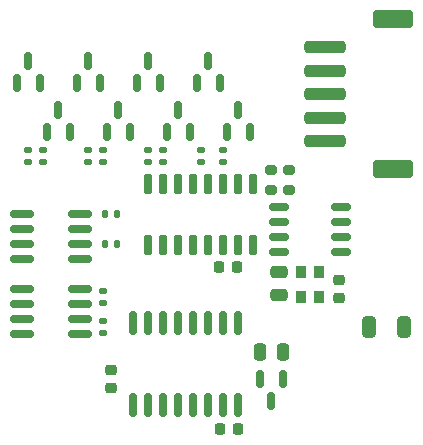
<source format=gbr>
%TF.GenerationSoftware,KiCad,Pcbnew,7.0.11-2.fc39*%
%TF.CreationDate,2024-08-16T08:17:41-07:00*%
%TF.ProjectId,wall_clock_full,77616c6c-5f63-46c6-9f63-6b5f66756c6c,A0*%
%TF.SameCoordinates,PX6d01460PY3072580*%
%TF.FileFunction,Paste,Top*%
%TF.FilePolarity,Positive*%
%FSLAX46Y46*%
G04 Gerber Fmt 4.6, Leading zero omitted, Abs format (unit mm)*
G04 Created by KiCad (PCBNEW 7.0.11-2.fc39) date 2024-08-16 08:17:41*
%MOMM*%
%LPD*%
G01*
G04 APERTURE LIST*
G04 Aperture macros list*
%AMRoundRect*
0 Rectangle with rounded corners*
0 $1 Rounding radius*
0 $2 $3 $4 $5 $6 $7 $8 $9 X,Y pos of 4 corners*
0 Add a 4 corners polygon primitive as box body*
4,1,4,$2,$3,$4,$5,$6,$7,$8,$9,$2,$3,0*
0 Add four circle primitives for the rounded corners*
1,1,$1+$1,$2,$3*
1,1,$1+$1,$4,$5*
1,1,$1+$1,$6,$7*
1,1,$1+$1,$8,$9*
0 Add four rect primitives between the rounded corners*
20,1,$1+$1,$2,$3,$4,$5,0*
20,1,$1+$1,$4,$5,$6,$7,0*
20,1,$1+$1,$6,$7,$8,$9,0*
20,1,$1+$1,$8,$9,$2,$3,0*%
G04 Aperture macros list end*
%ADD10RoundRect,0.200000X-0.275000X0.200000X-0.275000X-0.200000X0.275000X-0.200000X0.275000X0.200000X0*%
%ADD11RoundRect,0.135000X0.135000X0.185000X-0.135000X0.185000X-0.135000X-0.185000X0.135000X-0.185000X0*%
%ADD12RoundRect,0.150000X0.825000X0.150000X-0.825000X0.150000X-0.825000X-0.150000X0.825000X-0.150000X0*%
%ADD13RoundRect,0.150000X0.150000X-0.725000X0.150000X0.725000X-0.150000X0.725000X-0.150000X-0.725000X0*%
%ADD14RoundRect,0.135000X0.185000X-0.135000X0.185000X0.135000X-0.185000X0.135000X-0.185000X-0.135000X0*%
%ADD15RoundRect,0.225000X-0.250000X0.225000X-0.250000X-0.225000X0.250000X-0.225000X0.250000X0.225000X0*%
%ADD16RoundRect,0.150000X-0.150000X0.587500X-0.150000X-0.587500X0.150000X-0.587500X0.150000X0.587500X0*%
%ADD17RoundRect,0.150000X0.150000X-0.587500X0.150000X0.587500X-0.150000X0.587500X-0.150000X-0.587500X0*%
%ADD18RoundRect,0.150000X0.150000X-0.837500X0.150000X0.837500X-0.150000X0.837500X-0.150000X-0.837500X0*%
%ADD19RoundRect,0.150000X0.675000X0.150000X-0.675000X0.150000X-0.675000X-0.150000X0.675000X-0.150000X0*%
%ADD20RoundRect,0.250000X0.325000X0.650000X-0.325000X0.650000X-0.325000X-0.650000X0.325000X-0.650000X0*%
%ADD21RoundRect,0.225000X-0.225000X-0.250000X0.225000X-0.250000X0.225000X0.250000X-0.225000X0.250000X0*%
%ADD22R,0.900000X1.000000*%
%ADD23RoundRect,0.250000X1.500000X-0.250000X1.500000X0.250000X-1.500000X0.250000X-1.500000X-0.250000X0*%
%ADD24RoundRect,0.250001X1.449999X-0.499999X1.449999X0.499999X-1.449999X0.499999X-1.449999X-0.499999X0*%
%ADD25RoundRect,0.225000X0.250000X-0.225000X0.250000X0.225000X-0.250000X0.225000X-0.250000X-0.225000X0*%
%ADD26RoundRect,0.250000X0.475000X-0.250000X0.475000X0.250000X-0.475000X0.250000X-0.475000X-0.250000X0*%
%ADD27RoundRect,0.250000X-0.250000X-0.475000X0.250000X-0.475000X0.250000X0.475000X-0.250000X0.475000X0*%
G04 APERTURE END LIST*
D10*
%TO.C,R10*%
X27178000Y-14034000D03*
X27178000Y-15684000D03*
%TD*%
D11*
%TO.C,R12*%
X12575000Y-20320000D03*
X11555000Y-20320000D03*
%TD*%
D12*
%TO.C,Q2*%
X9460000Y-27940000D03*
X9460000Y-26670000D03*
X9460000Y-25400000D03*
X9460000Y-24130000D03*
X4510000Y-24130000D03*
X4510000Y-25400000D03*
X4510000Y-26670000D03*
X4510000Y-27940000D03*
%TD*%
D13*
%TO.C,U3*%
X15240000Y-20355000D03*
X16510000Y-20355000D03*
X17780000Y-20355000D03*
X19050000Y-20355000D03*
X20320000Y-20355000D03*
X21590000Y-20355000D03*
X22860000Y-20355000D03*
X24130000Y-20355000D03*
X24130000Y-15205000D03*
X22860000Y-15205000D03*
X21590000Y-15205000D03*
X20320000Y-15205000D03*
X19050000Y-15205000D03*
X17780000Y-15205000D03*
X16510000Y-15205000D03*
X15240000Y-15205000D03*
%TD*%
D14*
%TO.C,R13*%
X11430000Y-25275000D03*
X11430000Y-24255000D03*
%TD*%
D11*
%TO.C,R11*%
X12575000Y-17780000D03*
X11555000Y-17780000D03*
%TD*%
D15*
%TO.C,C4*%
X12065000Y-30975000D03*
X12065000Y-32525000D03*
%TD*%
D14*
%TO.C,R7*%
X6350000Y-13362500D03*
X6350000Y-12342500D03*
%TD*%
D10*
%TO.C,R9*%
X25654000Y-14034000D03*
X25654000Y-15684000D03*
%TD*%
D16*
%TO.C,U4*%
X26604000Y-31701500D03*
X24704000Y-31701500D03*
X25654000Y-33576500D03*
%TD*%
D17*
%TO.C,Q6*%
X14290000Y-6652500D03*
X16190000Y-6652500D03*
X15240000Y-4777500D03*
%TD*%
D12*
%TO.C,Q1*%
X9460000Y-21590000D03*
X9460000Y-20320000D03*
X9460000Y-19050000D03*
X9460000Y-17780000D03*
X4510000Y-17780000D03*
X4510000Y-19050000D03*
X4510000Y-20320000D03*
X4510000Y-21590000D03*
%TD*%
D14*
%TO.C,R4*%
X15240000Y-13362500D03*
X15240000Y-12342500D03*
%TD*%
D17*
%TO.C,Q3*%
X21910000Y-10795000D03*
X23810000Y-10795000D03*
X22860000Y-8920000D03*
%TD*%
%TO.C,Q8*%
X9210000Y-6652500D03*
X11110000Y-6652500D03*
X10160000Y-4777500D03*
%TD*%
D14*
%TO.C,R5*%
X11430000Y-13362500D03*
X11430000Y-12342500D03*
%TD*%
D18*
%TO.C,U2*%
X13970000Y-33942500D03*
X15240000Y-33942500D03*
X16510000Y-33942500D03*
X17780000Y-33942500D03*
X19050000Y-33942500D03*
X20320000Y-33942500D03*
X21590000Y-33942500D03*
X22860000Y-33942500D03*
X22860000Y-27017500D03*
X21590000Y-27017500D03*
X20320000Y-27017500D03*
X19050000Y-27017500D03*
X17780000Y-27017500D03*
X16510000Y-27017500D03*
X15240000Y-27017500D03*
X13970000Y-27017500D03*
%TD*%
D14*
%TO.C,R3*%
X16510000Y-13362500D03*
X16510000Y-12342500D03*
%TD*%
D19*
%TO.C,U1*%
X31581000Y-20955000D03*
X31581000Y-19685000D03*
X31581000Y-18415000D03*
X31581000Y-17145000D03*
X26331000Y-17145000D03*
X26331000Y-18415000D03*
X26331000Y-19685000D03*
X26331000Y-20955000D03*
%TD*%
D17*
%TO.C,Q7*%
X11750000Y-10795000D03*
X13650000Y-10795000D03*
X12700000Y-8920000D03*
%TD*%
D14*
%TO.C,R6*%
X10160000Y-13362500D03*
X10160000Y-12342500D03*
%TD*%
D20*
%TO.C,C6*%
X36908000Y-27299415D03*
X33958000Y-27299415D03*
%TD*%
D17*
%TO.C,Q5*%
X16830000Y-10795000D03*
X18730000Y-10795000D03*
X17780000Y-8920000D03*
%TD*%
D14*
%TO.C,R2*%
X19685000Y-13362500D03*
X19685000Y-12342500D03*
%TD*%
D17*
%TO.C,Q4*%
X19370000Y-6652500D03*
X21270000Y-6652500D03*
X20320000Y-4777500D03*
%TD*%
D21*
%TO.C,C1*%
X21196000Y-22225000D03*
X22746000Y-22225000D03*
%TD*%
D22*
%TO.C,X1*%
X29731000Y-24824000D03*
X29731000Y-22674000D03*
X28181000Y-22674000D03*
X28181000Y-24824000D03*
%TD*%
D23*
%TO.C,J10*%
X30170000Y-11614415D03*
X30170000Y-9614415D03*
X30170000Y-7614415D03*
X30170000Y-5614415D03*
X30170000Y-3614415D03*
D24*
X35920000Y-13964415D03*
X35920000Y-1264415D03*
%TD*%
D14*
%TO.C,R14*%
X11430000Y-27815000D03*
X11430000Y-26795000D03*
%TD*%
D25*
%TO.C,C5*%
X31369000Y-24905000D03*
X31369000Y-23355000D03*
%TD*%
D26*
%TO.C,C2*%
X26289000Y-24572000D03*
X26289000Y-22672000D03*
%TD*%
D14*
%TO.C,R8*%
X5080000Y-13362500D03*
X5080000Y-12342500D03*
%TD*%
%TO.C,R1*%
X21590000Y-13362500D03*
X21590000Y-12342500D03*
%TD*%
D21*
%TO.C,C3*%
X21323000Y-35941000D03*
X22873000Y-35941000D03*
%TD*%
D27*
%TO.C,C7*%
X24704000Y-29464000D03*
X26604000Y-29464000D03*
%TD*%
D17*
%TO.C,Q9*%
X6670000Y-10795000D03*
X8570000Y-10795000D03*
X7620000Y-8920000D03*
%TD*%
%TO.C,Q10*%
X4130000Y-6652500D03*
X6030000Y-6652500D03*
X5080000Y-4777500D03*
%TD*%
M02*

</source>
